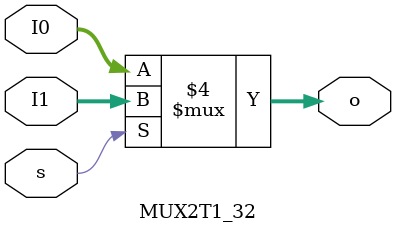
<source format=v>
`timescale 1ns / 1ps



module MUX2T1_32(
input wire s,
input wire[31:0] I0,
input wire[31:0] I1,
output reg [31:0] o
    );
    always @(*) begin
        if (s == 1'b0)
            o =I0 ;
        else
            o = I1 ;
    end
endmodule

</source>
